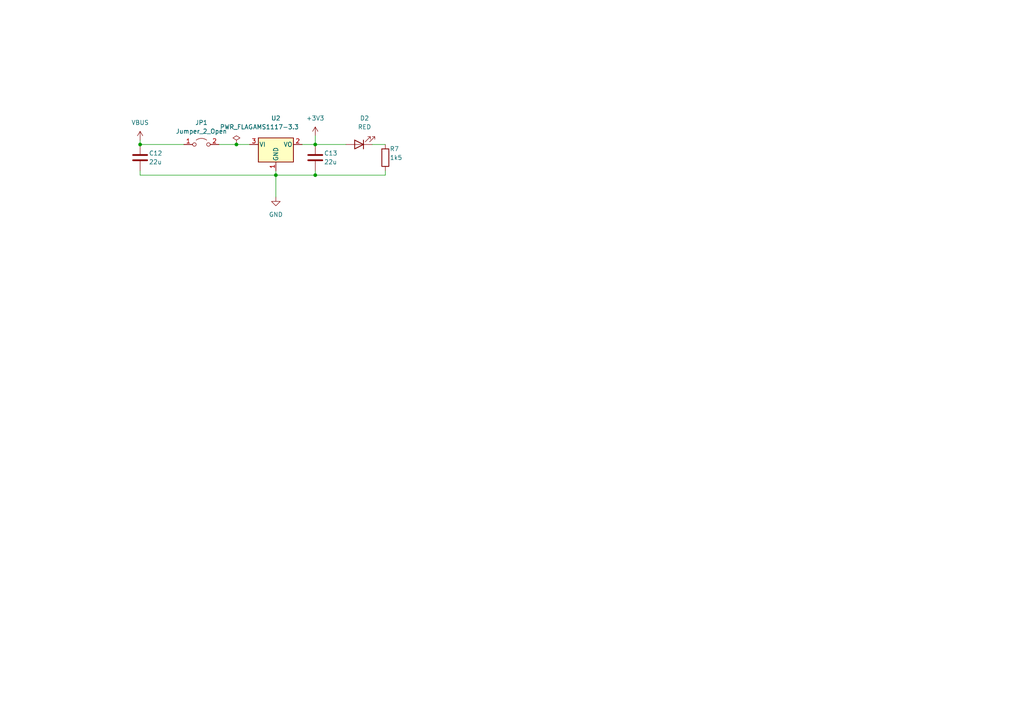
<source format=kicad_sch>
(kicad_sch (version 20211123) (generator eeschema)

  (uuid 9a52b8a8-5a3e-4d7f-a9be-db62a4551197)

  (paper "A4")

  (lib_symbols
    (symbol "Device:C" (pin_numbers hide) (pin_names (offset 0.254)) (in_bom yes) (on_board yes)
      (property "Reference" "C" (id 0) (at 0.635 2.54 0)
        (effects (font (size 1.27 1.27)) (justify left))
      )
      (property "Value" "C" (id 1) (at 0.635 -2.54 0)
        (effects (font (size 1.27 1.27)) (justify left))
      )
      (property "Footprint" "" (id 2) (at 0.9652 -3.81 0)
        (effects (font (size 1.27 1.27)) hide)
      )
      (property "Datasheet" "~" (id 3) (at 0 0 0)
        (effects (font (size 1.27 1.27)) hide)
      )
      (property "ki_keywords" "cap capacitor" (id 4) (at 0 0 0)
        (effects (font (size 1.27 1.27)) hide)
      )
      (property "ki_description" "Unpolarized capacitor" (id 5) (at 0 0 0)
        (effects (font (size 1.27 1.27)) hide)
      )
      (property "ki_fp_filters" "C_*" (id 6) (at 0 0 0)
        (effects (font (size 1.27 1.27)) hide)
      )
      (symbol "C_0_1"
        (polyline
          (pts
            (xy -2.032 -0.762)
            (xy 2.032 -0.762)
          )
          (stroke (width 0.508) (type default) (color 0 0 0 0))
          (fill (type none))
        )
        (polyline
          (pts
            (xy -2.032 0.762)
            (xy 2.032 0.762)
          )
          (stroke (width 0.508) (type default) (color 0 0 0 0))
          (fill (type none))
        )
      )
      (symbol "C_1_1"
        (pin passive line (at 0 3.81 270) (length 2.794)
          (name "~" (effects (font (size 1.27 1.27))))
          (number "1" (effects (font (size 1.27 1.27))))
        )
        (pin passive line (at 0 -3.81 90) (length 2.794)
          (name "~" (effects (font (size 1.27 1.27))))
          (number "2" (effects (font (size 1.27 1.27))))
        )
      )
    )
    (symbol "Device:LED" (pin_numbers hide) (pin_names (offset 1.016) hide) (in_bom yes) (on_board yes)
      (property "Reference" "D" (id 0) (at 0 2.54 0)
        (effects (font (size 1.27 1.27)))
      )
      (property "Value" "LED" (id 1) (at 0 -2.54 0)
        (effects (font (size 1.27 1.27)))
      )
      (property "Footprint" "" (id 2) (at 0 0 0)
        (effects (font (size 1.27 1.27)) hide)
      )
      (property "Datasheet" "~" (id 3) (at 0 0 0)
        (effects (font (size 1.27 1.27)) hide)
      )
      (property "ki_keywords" "LED diode" (id 4) (at 0 0 0)
        (effects (font (size 1.27 1.27)) hide)
      )
      (property "ki_description" "Light emitting diode" (id 5) (at 0 0 0)
        (effects (font (size 1.27 1.27)) hide)
      )
      (property "ki_fp_filters" "LED* LED_SMD:* LED_THT:*" (id 6) (at 0 0 0)
        (effects (font (size 1.27 1.27)) hide)
      )
      (symbol "LED_0_1"
        (polyline
          (pts
            (xy -1.27 -1.27)
            (xy -1.27 1.27)
          )
          (stroke (width 0.254) (type default) (color 0 0 0 0))
          (fill (type none))
        )
        (polyline
          (pts
            (xy -1.27 0)
            (xy 1.27 0)
          )
          (stroke (width 0) (type default) (color 0 0 0 0))
          (fill (type none))
        )
        (polyline
          (pts
            (xy 1.27 -1.27)
            (xy 1.27 1.27)
            (xy -1.27 0)
            (xy 1.27 -1.27)
          )
          (stroke (width 0.254) (type default) (color 0 0 0 0))
          (fill (type none))
        )
        (polyline
          (pts
            (xy -3.048 -0.762)
            (xy -4.572 -2.286)
            (xy -3.81 -2.286)
            (xy -4.572 -2.286)
            (xy -4.572 -1.524)
          )
          (stroke (width 0) (type default) (color 0 0 0 0))
          (fill (type none))
        )
        (polyline
          (pts
            (xy -1.778 -0.762)
            (xy -3.302 -2.286)
            (xy -2.54 -2.286)
            (xy -3.302 -2.286)
            (xy -3.302 -1.524)
          )
          (stroke (width 0) (type default) (color 0 0 0 0))
          (fill (type none))
        )
      )
      (symbol "LED_1_1"
        (pin passive line (at -3.81 0 0) (length 2.54)
          (name "K" (effects (font (size 1.27 1.27))))
          (number "1" (effects (font (size 1.27 1.27))))
        )
        (pin passive line (at 3.81 0 180) (length 2.54)
          (name "A" (effects (font (size 1.27 1.27))))
          (number "2" (effects (font (size 1.27 1.27))))
        )
      )
    )
    (symbol "Device:R" (pin_numbers hide) (pin_names (offset 0)) (in_bom yes) (on_board yes)
      (property "Reference" "R" (id 0) (at 2.032 0 90)
        (effects (font (size 1.27 1.27)))
      )
      (property "Value" "R" (id 1) (at 0 0 90)
        (effects (font (size 1.27 1.27)))
      )
      (property "Footprint" "" (id 2) (at -1.778 0 90)
        (effects (font (size 1.27 1.27)) hide)
      )
      (property "Datasheet" "~" (id 3) (at 0 0 0)
        (effects (font (size 1.27 1.27)) hide)
      )
      (property "ki_keywords" "R res resistor" (id 4) (at 0 0 0)
        (effects (font (size 1.27 1.27)) hide)
      )
      (property "ki_description" "Resistor" (id 5) (at 0 0 0)
        (effects (font (size 1.27 1.27)) hide)
      )
      (property "ki_fp_filters" "R_*" (id 6) (at 0 0 0)
        (effects (font (size 1.27 1.27)) hide)
      )
      (symbol "R_0_1"
        (rectangle (start -1.016 -2.54) (end 1.016 2.54)
          (stroke (width 0.254) (type default) (color 0 0 0 0))
          (fill (type none))
        )
      )
      (symbol "R_1_1"
        (pin passive line (at 0 3.81 270) (length 1.27)
          (name "~" (effects (font (size 1.27 1.27))))
          (number "1" (effects (font (size 1.27 1.27))))
        )
        (pin passive line (at 0 -3.81 90) (length 1.27)
          (name "~" (effects (font (size 1.27 1.27))))
          (number "2" (effects (font (size 1.27 1.27))))
        )
      )
    )
    (symbol "Jumper:Jumper_2_Open" (pin_names (offset 0) hide) (in_bom yes) (on_board yes)
      (property "Reference" "JP" (id 0) (at 0 2.794 0)
        (effects (font (size 1.27 1.27)))
      )
      (property "Value" "Jumper_2_Open" (id 1) (at 0 -2.286 0)
        (effects (font (size 1.27 1.27)))
      )
      (property "Footprint" "" (id 2) (at 0 0 0)
        (effects (font (size 1.27 1.27)) hide)
      )
      (property "Datasheet" "~" (id 3) (at 0 0 0)
        (effects (font (size 1.27 1.27)) hide)
      )
      (property "ki_keywords" "Jumper SPST" (id 4) (at 0 0 0)
        (effects (font (size 1.27 1.27)) hide)
      )
      (property "ki_description" "Jumper, 2-pole, open" (id 5) (at 0 0 0)
        (effects (font (size 1.27 1.27)) hide)
      )
      (property "ki_fp_filters" "Jumper* TestPoint*2Pads* TestPoint*Bridge*" (id 6) (at 0 0 0)
        (effects (font (size 1.27 1.27)) hide)
      )
      (symbol "Jumper_2_Open_0_0"
        (circle (center -2.032 0) (radius 0.508)
          (stroke (width 0) (type default) (color 0 0 0 0))
          (fill (type none))
        )
        (circle (center 2.032 0) (radius 0.508)
          (stroke (width 0) (type default) (color 0 0 0 0))
          (fill (type none))
        )
      )
      (symbol "Jumper_2_Open_0_1"
        (arc (start 1.524 1.27) (mid 0 1.778) (end -1.524 1.27)
          (stroke (width 0) (type default) (color 0 0 0 0))
          (fill (type none))
        )
      )
      (symbol "Jumper_2_Open_1_1"
        (pin passive line (at -5.08 0 0) (length 2.54)
          (name "A" (effects (font (size 1.27 1.27))))
          (number "1" (effects (font (size 1.27 1.27))))
        )
        (pin passive line (at 5.08 0 180) (length 2.54)
          (name "B" (effects (font (size 1.27 1.27))))
          (number "2" (effects (font (size 1.27 1.27))))
        )
      )
    )
    (symbol "Regulator_Linear:AMS1117-3.3" (pin_names (offset 0.254)) (in_bom yes) (on_board yes)
      (property "Reference" "U" (id 0) (at -3.81 3.175 0)
        (effects (font (size 1.27 1.27)))
      )
      (property "Value" "AMS1117-3.3" (id 1) (at 0 3.175 0)
        (effects (font (size 1.27 1.27)) (justify left))
      )
      (property "Footprint" "Package_TO_SOT_SMD:SOT-223-3_TabPin2" (id 2) (at 0 5.08 0)
        (effects (font (size 1.27 1.27)) hide)
      )
      (property "Datasheet" "http://www.advanced-monolithic.com/pdf/ds1117.pdf" (id 3) (at 2.54 -6.35 0)
        (effects (font (size 1.27 1.27)) hide)
      )
      (property "ki_keywords" "linear regulator ldo fixed positive" (id 4) (at 0 0 0)
        (effects (font (size 1.27 1.27)) hide)
      )
      (property "ki_description" "1A Low Dropout regulator, positive, 3.3V fixed output, SOT-223" (id 5) (at 0 0 0)
        (effects (font (size 1.27 1.27)) hide)
      )
      (property "ki_fp_filters" "SOT?223*TabPin2*" (id 6) (at 0 0 0)
        (effects (font (size 1.27 1.27)) hide)
      )
      (symbol "AMS1117-3.3_0_1"
        (rectangle (start -5.08 -5.08) (end 5.08 1.905)
          (stroke (width 0.254) (type default) (color 0 0 0 0))
          (fill (type background))
        )
      )
      (symbol "AMS1117-3.3_1_1"
        (pin power_in line (at 0 -7.62 90) (length 2.54)
          (name "GND" (effects (font (size 1.27 1.27))))
          (number "1" (effects (font (size 1.27 1.27))))
        )
        (pin power_out line (at 7.62 0 180) (length 2.54)
          (name "VO" (effects (font (size 1.27 1.27))))
          (number "2" (effects (font (size 1.27 1.27))))
        )
        (pin power_in line (at -7.62 0 0) (length 2.54)
          (name "VI" (effects (font (size 1.27 1.27))))
          (number "3" (effects (font (size 1.27 1.27))))
        )
      )
    )
    (symbol "power:+3.3V" (power) (pin_names (offset 0)) (in_bom yes) (on_board yes)
      (property "Reference" "#PWR" (id 0) (at 0 -3.81 0)
        (effects (font (size 1.27 1.27)) hide)
      )
      (property "Value" "+3.3V" (id 1) (at 0 3.556 0)
        (effects (font (size 1.27 1.27)))
      )
      (property "Footprint" "" (id 2) (at 0 0 0)
        (effects (font (size 1.27 1.27)) hide)
      )
      (property "Datasheet" "" (id 3) (at 0 0 0)
        (effects (font (size 1.27 1.27)) hide)
      )
      (property "ki_keywords" "power-flag" (id 4) (at 0 0 0)
        (effects (font (size 1.27 1.27)) hide)
      )
      (property "ki_description" "Power symbol creates a global label with name \"+3.3V\"" (id 5) (at 0 0 0)
        (effects (font (size 1.27 1.27)) hide)
      )
      (symbol "+3.3V_0_1"
        (polyline
          (pts
            (xy -0.762 1.27)
            (xy 0 2.54)
          )
          (stroke (width 0) (type default) (color 0 0 0 0))
          (fill (type none))
        )
        (polyline
          (pts
            (xy 0 0)
            (xy 0 2.54)
          )
          (stroke (width 0) (type default) (color 0 0 0 0))
          (fill (type none))
        )
        (polyline
          (pts
            (xy 0 2.54)
            (xy 0.762 1.27)
          )
          (stroke (width 0) (type default) (color 0 0 0 0))
          (fill (type none))
        )
      )
      (symbol "+3.3V_1_1"
        (pin power_in line (at 0 0 90) (length 0) hide
          (name "+3V3" (effects (font (size 1.27 1.27))))
          (number "1" (effects (font (size 1.27 1.27))))
        )
      )
    )
    (symbol "power:GND" (power) (pin_names (offset 0)) (in_bom yes) (on_board yes)
      (property "Reference" "#PWR" (id 0) (at 0 -6.35 0)
        (effects (font (size 1.27 1.27)) hide)
      )
      (property "Value" "GND" (id 1) (at 0 -3.81 0)
        (effects (font (size 1.27 1.27)))
      )
      (property "Footprint" "" (id 2) (at 0 0 0)
        (effects (font (size 1.27 1.27)) hide)
      )
      (property "Datasheet" "" (id 3) (at 0 0 0)
        (effects (font (size 1.27 1.27)) hide)
      )
      (property "ki_keywords" "power-flag" (id 4) (at 0 0 0)
        (effects (font (size 1.27 1.27)) hide)
      )
      (property "ki_description" "Power symbol creates a global label with name \"GND\" , ground" (id 5) (at 0 0 0)
        (effects (font (size 1.27 1.27)) hide)
      )
      (symbol "GND_0_1"
        (polyline
          (pts
            (xy 0 0)
            (xy 0 -1.27)
            (xy 1.27 -1.27)
            (xy 0 -2.54)
            (xy -1.27 -1.27)
            (xy 0 -1.27)
          )
          (stroke (width 0) (type default) (color 0 0 0 0))
          (fill (type none))
        )
      )
      (symbol "GND_1_1"
        (pin power_in line (at 0 0 270) (length 0) hide
          (name "GND" (effects (font (size 1.27 1.27))))
          (number "1" (effects (font (size 1.27 1.27))))
        )
      )
    )
    (symbol "power:PWR_FLAG" (power) (pin_numbers hide) (pin_names (offset 0) hide) (in_bom yes) (on_board yes)
      (property "Reference" "#FLG" (id 0) (at 0 1.905 0)
        (effects (font (size 1.27 1.27)) hide)
      )
      (property "Value" "PWR_FLAG" (id 1) (at 0 3.81 0)
        (effects (font (size 1.27 1.27)))
      )
      (property "Footprint" "" (id 2) (at 0 0 0)
        (effects (font (size 1.27 1.27)) hide)
      )
      (property "Datasheet" "~" (id 3) (at 0 0 0)
        (effects (font (size 1.27 1.27)) hide)
      )
      (property "ki_keywords" "power-flag" (id 4) (at 0 0 0)
        (effects (font (size 1.27 1.27)) hide)
      )
      (property "ki_description" "Special symbol for telling ERC where power comes from" (id 5) (at 0 0 0)
        (effects (font (size 1.27 1.27)) hide)
      )
      (symbol "PWR_FLAG_0_0"
        (pin power_out line (at 0 0 90) (length 0)
          (name "pwr" (effects (font (size 1.27 1.27))))
          (number "1" (effects (font (size 1.27 1.27))))
        )
      )
      (symbol "PWR_FLAG_0_1"
        (polyline
          (pts
            (xy 0 0)
            (xy 0 1.27)
            (xy -1.016 1.905)
            (xy 0 2.54)
            (xy 1.016 1.905)
            (xy 0 1.27)
          )
          (stroke (width 0) (type default) (color 0 0 0 0))
          (fill (type none))
        )
      )
    )
    (symbol "power:VBUS" (power) (pin_names (offset 0)) (in_bom yes) (on_board yes)
      (property "Reference" "#PWR" (id 0) (at 0 -3.81 0)
        (effects (font (size 1.27 1.27)) hide)
      )
      (property "Value" "VBUS" (id 1) (at 0 3.81 0)
        (effects (font (size 1.27 1.27)))
      )
      (property "Footprint" "" (id 2) (at 0 0 0)
        (effects (font (size 1.27 1.27)) hide)
      )
      (property "Datasheet" "" (id 3) (at 0 0 0)
        (effects (font (size 1.27 1.27)) hide)
      )
      (property "ki_keywords" "power-flag" (id 4) (at 0 0 0)
        (effects (font (size 1.27 1.27)) hide)
      )
      (property "ki_description" "Power symbol creates a global label with name \"VBUS\"" (id 5) (at 0 0 0)
        (effects (font (size 1.27 1.27)) hide)
      )
      (symbol "VBUS_0_1"
        (polyline
          (pts
            (xy -0.762 1.27)
            (xy 0 2.54)
          )
          (stroke (width 0) (type default) (color 0 0 0 0))
          (fill (type none))
        )
        (polyline
          (pts
            (xy 0 0)
            (xy 0 2.54)
          )
          (stroke (width 0) (type default) (color 0 0 0 0))
          (fill (type none))
        )
        (polyline
          (pts
            (xy 0 2.54)
            (xy 0.762 1.27)
          )
          (stroke (width 0) (type default) (color 0 0 0 0))
          (fill (type none))
        )
      )
      (symbol "VBUS_1_1"
        (pin power_in line (at 0 0 90) (length 0) hide
          (name "VBUS" (effects (font (size 1.27 1.27))))
          (number "1" (effects (font (size 1.27 1.27))))
        )
      )
    )
  )

  (junction (at 40.64 41.91) (diameter 0) (color 0 0 0 0)
    (uuid 6f8c894f-541d-478f-b0ce-21c109b691b5)
  )
  (junction (at 91.44 50.8) (diameter 0) (color 0 0 0 0)
    (uuid 7a3c73dd-4e5d-4be8-be77-996279cba133)
  )
  (junction (at 91.44 41.91) (diameter 0) (color 0 0 0 0)
    (uuid a569647e-68c4-40fd-8bb7-d9c8a1cdc569)
  )
  (junction (at 80.01 50.8) (diameter 0) (color 0 0 0 0)
    (uuid c2a28424-f4a7-44b6-bfac-df1a56262920)
  )
  (junction (at 68.58 41.91) (diameter 0) (color 0 0 0 0)
    (uuid fdb124af-40b2-4202-af56-3e6e4f647d3d)
  )

  (wire (pts (xy 91.44 50.8) (xy 91.44 49.53))
    (stroke (width 0) (type default) (color 0 0 0 0))
    (uuid 2db1ba41-b139-45b6-8fff-64a1ac6f2433)
  )
  (wire (pts (xy 40.64 41.91) (xy 53.34 41.91))
    (stroke (width 0) (type default) (color 0 0 0 0))
    (uuid 2efc0b0a-822a-47c2-a80b-9bddc5636ab6)
  )
  (wire (pts (xy 80.01 50.8) (xy 91.44 50.8))
    (stroke (width 0) (type default) (color 0 0 0 0))
    (uuid 35f43ee0-c80a-4724-bfc2-075303e2a103)
  )
  (wire (pts (xy 87.63 41.91) (xy 91.44 41.91))
    (stroke (width 0) (type default) (color 0 0 0 0))
    (uuid 4bae104d-65ca-4aa7-80ec-8845ebd3271a)
  )
  (wire (pts (xy 91.44 50.8) (xy 111.76 50.8))
    (stroke (width 0) (type default) (color 0 0 0 0))
    (uuid 7872c63d-5ebd-4313-b2b6-292d1523f2a7)
  )
  (wire (pts (xy 80.01 49.53) (xy 80.01 50.8))
    (stroke (width 0) (type default) (color 0 0 0 0))
    (uuid 95ad12a7-22a7-4f58-99ad-d5ef7aef8654)
  )
  (wire (pts (xy 111.76 49.53) (xy 111.76 50.8))
    (stroke (width 0) (type default) (color 0 0 0 0))
    (uuid 9788d5bf-c4a8-47a2-afb4-4bd2ce1bbd10)
  )
  (wire (pts (xy 40.64 49.53) (xy 40.64 50.8))
    (stroke (width 0) (type default) (color 0 0 0 0))
    (uuid 9c107c41-9d45-4061-b096-c34b590d01a6)
  )
  (wire (pts (xy 68.58 41.91) (xy 72.39 41.91))
    (stroke (width 0) (type default) (color 0 0 0 0))
    (uuid a3c2d940-1b42-48df-b011-b7bd99596816)
  )
  (wire (pts (xy 91.44 41.91) (xy 100.33 41.91))
    (stroke (width 0) (type default) (color 0 0 0 0))
    (uuid a9726195-9046-43d9-aa5c-24870c903934)
  )
  (wire (pts (xy 40.64 40.64) (xy 40.64 41.91))
    (stroke (width 0) (type default) (color 0 0 0 0))
    (uuid b70edb2e-a65d-437e-9a12-44cf8d6c6242)
  )
  (wire (pts (xy 40.64 50.8) (xy 80.01 50.8))
    (stroke (width 0) (type default) (color 0 0 0 0))
    (uuid bfb4e55b-7a02-4e63-957a-0ac38034eae6)
  )
  (wire (pts (xy 63.5 41.91) (xy 68.58 41.91))
    (stroke (width 0) (type default) (color 0 0 0 0))
    (uuid c5a9ff75-4602-481d-972a-35bf5ac7325c)
  )
  (wire (pts (xy 107.95 41.91) (xy 111.76 41.91))
    (stroke (width 0) (type default) (color 0 0 0 0))
    (uuid ca5fdd0c-8925-4be7-9762-292e384ca577)
  )
  (wire (pts (xy 80.01 50.8) (xy 80.01 57.15))
    (stroke (width 0) (type default) (color 0 0 0 0))
    (uuid ca8061c8-9d63-45cc-abcf-f84e202be778)
  )
  (wire (pts (xy 91.44 39.37) (xy 91.44 41.91))
    (stroke (width 0) (type default) (color 0 0 0 0))
    (uuid f77c62f9-4b67-4971-bf8a-5fa452d72fac)
  )

  (symbol (lib_id "Device:R") (at 111.76 45.72 0) (unit 1)
    (in_bom yes) (on_board yes)
    (uuid 0539e079-0d8e-4298-bf77-a45b3af920f3)
    (property "Reference" "R7" (id 0) (at 113.03 43.18 0)
      (effects (font (size 1.27 1.27)) (justify left))
    )
    (property "Value" "1k5" (id 1) (at 113.03 45.72 0)
      (effects (font (size 1.27 1.27)) (justify left))
    )
    (property "Footprint" "" (id 2) (at 109.982 45.72 90)
      (effects (font (size 1.27 1.27)) hide)
    )
    (property "Datasheet" "~" (id 3) (at 111.76 45.72 0)
      (effects (font (size 1.27 1.27)) hide)
    )
    (pin "1" (uuid dd16dfa9-c82f-4788-9da4-2daa916f36a5))
    (pin "2" (uuid 3746865d-5ab3-4e7f-9d80-c48013e22930))
  )

  (symbol (lib_id "power:VBUS") (at 40.64 40.64 0) (unit 1)
    (in_bom yes) (on_board yes) (fields_autoplaced)
    (uuid 18c520b8-c5ee-4acd-b6c7-fa91192094d6)
    (property "Reference" "#PWR017" (id 0) (at 40.64 44.45 0)
      (effects (font (size 1.27 1.27)) hide)
    )
    (property "Value" "VBUS" (id 1) (at 40.64 35.56 0))
    (property "Footprint" "" (id 2) (at 40.64 40.64 0)
      (effects (font (size 1.27 1.27)) hide)
    )
    (property "Datasheet" "" (id 3) (at 40.64 40.64 0)
      (effects (font (size 1.27 1.27)) hide)
    )
    (pin "1" (uuid ef7e816c-91f7-4259-b0e3-4fab206d89b2))
  )

  (symbol (lib_id "power:+3.3V") (at 91.44 39.37 0) (unit 1)
    (in_bom yes) (on_board yes) (fields_autoplaced)
    (uuid 3e42522d-f546-4ccd-8890-28f00292aeb0)
    (property "Reference" "#PWR018" (id 0) (at 91.44 43.18 0)
      (effects (font (size 1.27 1.27)) hide)
    )
    (property "Value" "+3.3V" (id 1) (at 91.44 34.29 0))
    (property "Footprint" "" (id 2) (at 91.44 39.37 0)
      (effects (font (size 1.27 1.27)) hide)
    )
    (property "Datasheet" "" (id 3) (at 91.44 39.37 0)
      (effects (font (size 1.27 1.27)) hide)
    )
    (pin "1" (uuid 0a576068-964f-4d2a-93ba-439cd01d0221))
  )

  (symbol (lib_id "Regulator_Linear:AMS1117-3.3") (at 80.01 41.91 0) (unit 1)
    (in_bom yes) (on_board yes) (fields_autoplaced)
    (uuid 45e5d8e0-5d76-4504-8c5f-ce6d1371bdc6)
    (property "Reference" "U2" (id 0) (at 80.01 34.29 0))
    (property "Value" "AMS1117-3.3" (id 1) (at 80.01 36.83 0))
    (property "Footprint" "Package_TO_SOT_SMD:SOT-223-3_TabPin2" (id 2) (at 80.01 36.83 0)
      (effects (font (size 1.27 1.27)) hide)
    )
    (property "Datasheet" "http://www.advanced-monolithic.com/pdf/ds1117.pdf" (id 3) (at 82.55 48.26 0)
      (effects (font (size 1.27 1.27)) hide)
    )
    (pin "1" (uuid 1822e260-1a9f-4cc3-a338-a7c8ed328e59))
    (pin "2" (uuid 694259eb-9093-4e7a-9238-b7ae30cfa596))
    (pin "3" (uuid 619078fa-de9c-4b5e-b033-65f075c50fff))
  )

  (symbol (lib_id "Device:LED") (at 104.14 41.91 180) (unit 1)
    (in_bom yes) (on_board yes) (fields_autoplaced)
    (uuid 4d469207-cd2c-4e55-9d6f-08e2f600a877)
    (property "Reference" "D2" (id 0) (at 105.7275 34.29 0))
    (property "Value" "RED" (id 1) (at 105.7275 36.83 0))
    (property "Footprint" "" (id 2) (at 104.14 41.91 0)
      (effects (font (size 1.27 1.27)) hide)
    )
    (property "Datasheet" "~" (id 3) (at 104.14 41.91 0)
      (effects (font (size 1.27 1.27)) hide)
    )
    (pin "1" (uuid e179585f-08a9-46f6-a3bc-74cf09bc0488))
    (pin "2" (uuid 4e1a3ce4-56a8-44aa-a553-0a25585fd7b5))
  )

  (symbol (lib_id "Jumper:Jumper_2_Open") (at 58.42 41.91 0) (unit 1)
    (in_bom yes) (on_board yes) (fields_autoplaced)
    (uuid 76491c51-cb4c-49c7-9b14-202a71235c41)
    (property "Reference" "JP1" (id 0) (at 58.42 35.56 0))
    (property "Value" "Jumper_2_Open" (id 1) (at 58.42 38.1 0))
    (property "Footprint" "" (id 2) (at 58.42 41.91 0)
      (effects (font (size 1.27 1.27)) hide)
    )
    (property "Datasheet" "~" (id 3) (at 58.42 41.91 0)
      (effects (font (size 1.27 1.27)) hide)
    )
    (pin "1" (uuid 52c2c870-ef4a-4381-88e2-af64d3f45f01))
    (pin "2" (uuid b787ca94-7789-4082-957f-056d3790b664))
  )

  (symbol (lib_id "power:GND") (at 80.01 57.15 0) (unit 1)
    (in_bom yes) (on_board yes) (fields_autoplaced)
    (uuid 8e172563-e081-45b7-8ff4-45e455586781)
    (property "Reference" "#PWR0101" (id 0) (at 80.01 63.5 0)
      (effects (font (size 1.27 1.27)) hide)
    )
    (property "Value" "GND" (id 1) (at 80.01 62.23 0))
    (property "Footprint" "" (id 2) (at 80.01 57.15 0)
      (effects (font (size 1.27 1.27)) hide)
    )
    (property "Datasheet" "" (id 3) (at 80.01 57.15 0)
      (effects (font (size 1.27 1.27)) hide)
    )
    (pin "1" (uuid b3ad2289-2bc4-4624-b070-8026037cd012))
  )

  (symbol (lib_id "Device:C") (at 40.64 45.72 0) (unit 1)
    (in_bom yes) (on_board yes)
    (uuid 919f12cb-bbe6-45b1-a810-d2c01bc4588d)
    (property "Reference" "C12" (id 0) (at 43.18 44.45 0)
      (effects (font (size 1.27 1.27)) (justify left))
    )
    (property "Value" "22u" (id 1) (at 43.18 46.99 0)
      (effects (font (size 1.27 1.27)) (justify left))
    )
    (property "Footprint" "" (id 2) (at 41.6052 49.53 0)
      (effects (font (size 1.27 1.27)) hide)
    )
    (property "Datasheet" "~" (id 3) (at 40.64 45.72 0)
      (effects (font (size 1.27 1.27)) hide)
    )
    (pin "1" (uuid ab13d503-38bf-412f-979d-398a207a1ef9))
    (pin "2" (uuid 04aa48fa-ae79-46bc-89f4-e311acac1e7a))
  )

  (symbol (lib_id "power:PWR_FLAG") (at 68.58 41.91 0) (unit 1)
    (in_bom yes) (on_board yes) (fields_autoplaced)
    (uuid d57136dc-cab2-44d1-a30e-baaed073bb96)
    (property "Reference" "#FLG0103" (id 0) (at 68.58 40.005 0)
      (effects (font (size 1.27 1.27)) hide)
    )
    (property "Value" "PWR_FLAG" (id 1) (at 68.58 36.83 0))
    (property "Footprint" "" (id 2) (at 68.58 41.91 0)
      (effects (font (size 1.27 1.27)) hide)
    )
    (property "Datasheet" "~" (id 3) (at 68.58 41.91 0)
      (effects (font (size 1.27 1.27)) hide)
    )
    (pin "1" (uuid 2e9ecdfe-858f-493a-8478-1a2070132a38))
  )

  (symbol (lib_id "Device:C") (at 91.44 45.72 0) (unit 1)
    (in_bom yes) (on_board yes)
    (uuid de5aa04f-7441-497d-9fca-89816083a86d)
    (property "Reference" "C13" (id 0) (at 93.98 44.45 0)
      (effects (font (size 1.27 1.27)) (justify left))
    )
    (property "Value" "22u" (id 1) (at 93.98 46.99 0)
      (effects (font (size 1.27 1.27)) (justify left))
    )
    (property "Footprint" "" (id 2) (at 92.4052 49.53 0)
      (effects (font (size 1.27 1.27)) hide)
    )
    (property "Datasheet" "~" (id 3) (at 91.44 45.72 0)
      (effects (font (size 1.27 1.27)) hide)
    )
    (pin "1" (uuid 38bfedf5-d758-4b31-8c42-c1e64743f0df))
    (pin "2" (uuid f6360c7a-c266-40ce-827a-c33258c2ee21))
  )
)

</source>
